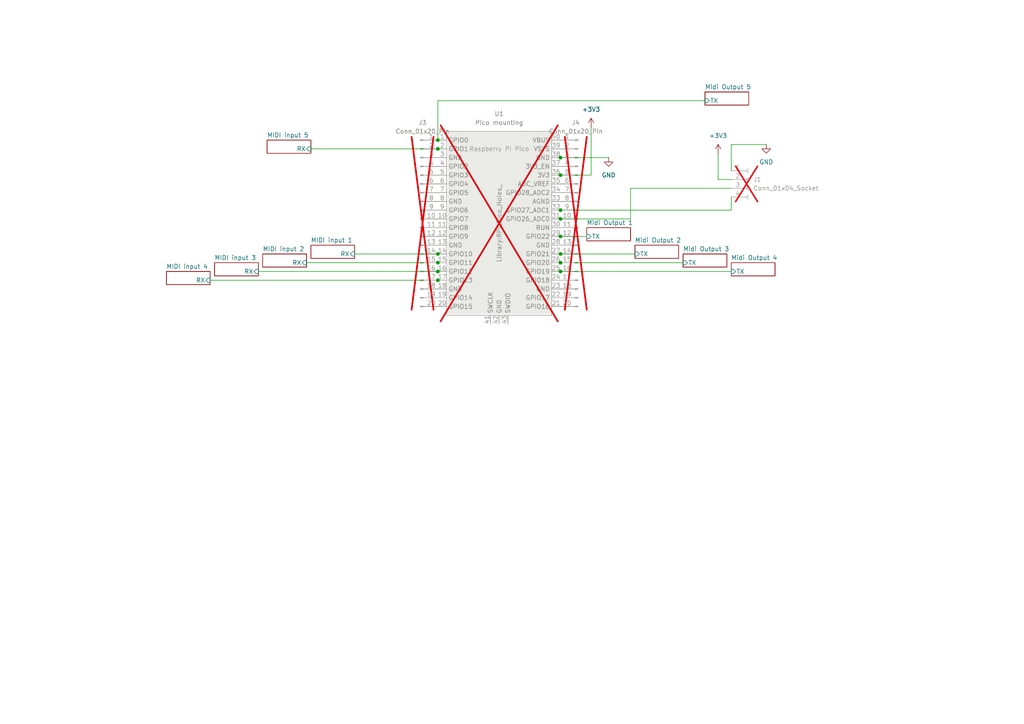
<source format=kicad_sch>
(kicad_sch (version 20231120) (generator "eeschema") (generator_version "8.0")
  (paper "A4")
  (lib_symbols
    (symbol "Connector:Conn_01x04_Socket" (pin_names (offset 1.016) hide)
      (property "Reference" "J" (at 0 5.08 0))
      (property "Value" "Conn_01x04_Socket" (at 0 -7.62 0))
      (symbol "Conn_01x04_Socket_1_1"
        (arc (start 0 -4.572) (mid -0.5058 -5.08) (end 0 -5.588) (stroke (width 0.1524)))
        (arc (start 0 -2.032) (mid -0.5058 -2.54) (end 0 -3.048) (stroke (width 0.1524)))
        (polyline (pts (xy -1.27 -5.08) (xy -0.508 -5.08)) (stroke (width 0.1524)))
        (polyline (pts (xy -1.27 -2.54) (xy -0.508 -2.54)) (stroke (width 0.1524)))
        (polyline (pts (xy -1.27 0) (xy -0.508 0)) (stroke (width 0.1524)))
        (polyline (pts (xy -1.27 2.54) (xy -0.508 2.54)) (stroke (width 0.1524)))
        (arc (start 0 0.508) (mid -0.5058 0) (end 0 -0.508) (stroke (width 0.1524)))
        (arc (start 0 3.048) (mid -0.5058 2.54) (end 0 2.032) (stroke (width 0.1524)))
        (pin passive line (at -5.08 2.54 0) (length 3.81) (name "Pin_1") (number "1"))
        (pin passive line (at -5.08 0 0) (length 3.81) (name "Pin_2") (number "2"))
        (pin passive line (at -5.08 -2.54 0) (length 3.81) (name "Pin_3") (number "3"))
        (pin passive line (at -5.08 -5.08 0) (length 3.81) (name "Pin_4") (number "4"))
      )
    )
    (symbol "Connector:Conn_01x20_Pin" (pin_names (offset 1.016) hide)
      (property "Reference" "J" (at 0 25.4 0))
      (property "Value" "Conn_01x20_Pin" (at 0 -27.94 0))
      (symbol "Conn_01x20_Pin_1_1"
        (polyline (pts (xy 1.27 -25.4) (xy 0.8636 -25.4)) (stroke (width 0.1524)))
        (polyline (pts (xy 1.27 -22.86) (xy 0.8636 -22.86)) (stroke (width 0.1524)))
        (polyline (pts (xy 1.27 -20.32) (xy 0.8636 -20.32)) (stroke (width 0.1524)))
        (polyline (pts (xy 1.27 -17.78) (xy 0.8636 -17.78)) (stroke (width 0.1524)))
        (polyline (pts (xy 1.27 -15.24) (xy 0.8636 -15.24)) (stroke (width 0.1524)))
        (polyline (pts (xy 1.27 -12.7) (xy 0.8636 -12.7)) (stroke (width 0.1524)))
        (polyline (pts (xy 1.27 -10.16) (xy 0.8636 -10.16)) (stroke (width 0.1524)))
        (polyline (pts (xy 1.27 -7.62) (xy 0.8636 -7.62)) (stroke (width 0.1524)))
        (polyline (pts (xy 1.27 -5.08) (xy 0.8636 -5.08)) (stroke (width 0.1524)))
        (polyline (pts (xy 1.27 -2.54) (xy 0.8636 -2.54)) (stroke (width 0.1524)))
        (polyline (pts (xy 1.27 0) (xy 0.8636 0)) (stroke (width 0.1524)))
        (polyline (pts (xy 1.27 2.54) (xy 0.8636 2.54)) (stroke (width 0.1524)))
        (polyline (pts (xy 1.27 5.08) (xy 0.8636 5.08)) (stroke (width 0.1524)))
        (polyline (pts (xy 1.27 7.62) (xy 0.8636 7.62)) (stroke (width 0.1524)))
        (polyline (pts (xy 1.27 10.16) (xy 0.8636 10.16)) (stroke (width 0.1524)))
        (polyline (pts (xy 1.27 12.7) (xy 0.8636 12.7)) (stroke (width 0.1524)))
        (polyline (pts (xy 1.27 15.24) (xy 0.8636 15.24)) (stroke (width 0.1524)))
        (polyline (pts (xy 1.27 17.78) (xy 0.8636 17.78)) (stroke (width 0.1524)))
        (polyline (pts (xy 1.27 20.32) (xy 0.8636 20.32)) (stroke (width 0.1524)))
        (polyline (pts (xy 1.27 22.86) (xy 0.8636 22.86)) (stroke (width 0.1524)))
        (rectangle (start 0.8636 -25.273) (end 0 -25.527) (stroke (width 0.1524)) (fill (type outline)))
        (rectangle (start 0.8636 -22.733) (end 0 -22.987) (stroke (width 0.1524)) (fill (type outline)))
        (rectangle (start 0.8636 -20.193) (end 0 -20.447) (stroke (width 0.1524)) (fill (type outline)))
        (rectangle (start 0.8636 -17.653) (end 0 -17.907) (stroke (width 0.1524)) (fill (type outline)))
        (rectangle (start 0.8636 -15.113) (end 0 -15.367) (stroke (width 0.1524)) (fill (type outline)))
        (rectangle (start 0.8636 -12.573) (end 0 -12.827) (stroke (width 0.1524)) (fill (type outline)))
        (rectangle (start 0.8636 -10.033) (end 0 -10.287) (stroke (width 0.1524)) (fill (type outline)))
        (rectangle (start 0.8636 -7.493) (end 0 -7.747) (stroke (width 0.1524)) (fill (type outline)))
        (rectangle (start 0.8636 -4.953) (end 0 -5.207) (stroke (width 0.1524)) (fill (type outline)))
        (rectangle (start 0.8636 -2.413) (end 0 -2.667) (stroke (width 0.1524)) (fill (type outline)))
        (rectangle (start 0.8636 0.127) (end 0 -0.127) (stroke (width 0.1524)) (fill (type outline)))
        (rectangle (start 0.8636 2.667) (end 0 2.413) (stroke (width 0.1524)) (fill (type outline)))
        (rectangle (start 0.8636 5.207) (end 0 4.953) (stroke (width 0.1524)) (fill (type outline)))
        (rectangle (start 0.8636 7.747) (end 0 7.493) (stroke (width 0.1524)) (fill (type outline)))
        (rectangle (start 0.8636 10.287) (end 0 10.033) (stroke (width 0.1524)) (fill (type outline)))
        (rectangle (start 0.8636 12.827) (end 0 12.573) (stroke (width 0.1524)) (fill (type outline)))
        (rectangle (start 0.8636 15.367) (end 0 15.113) (stroke (width 0.1524)) (fill (type outline)))
        (rectangle (start 0.8636 17.907) (end 0 17.653) (stroke (width 0.1524)) (fill (type outline)))
        (rectangle (start 0.8636 20.447) (end 0 20.193) (stroke (width 0.1524)) (fill (type outline)))
        (rectangle (start 0.8636 22.987) (end 0 22.733) (stroke (width 0.1524)) (fill (type outline)))
        (pin passive line (at 5.08 22.86 180) (length 3.81) (name "Pin_1") (number "1"))
        (pin passive line (at 5.08 0 180) (length 3.81) (name "Pin_10") (number "10"))
        (pin passive line (at 5.08 -2.54 180) (length 3.81) (name "Pin_11") (number "11"))
        (pin passive line (at 5.08 -5.08 180) (length 3.81) (name "Pin_12") (number "12"))
        (pin passive line (at 5.08 -7.62 180) (length 3.81) (name "Pin_13") (number "13"))
        (pin passive line (at 5.08 -10.16 180) (length 3.81) (name "Pin_14") (number "14"))
        (pin passive line (at 5.08 -12.7 180) (length 3.81) (name "Pin_15") (number "15"))
        (pin passive line (at 5.08 -15.24 180) (length 3.81) (name "Pin_16") (number "16"))
        (pin passive line (at 5.08 -17.78 180) (length 3.81) (name "Pin_17") (number "17"))
        (pin passive line (at 5.08 -20.32 180) (length 3.81) (name "Pin_18") (number "18"))
        (pin passive line (at 5.08 -22.86 180) (length 3.81) (name "Pin_19") (number "19"))
        (pin passive line (at 5.08 20.32 180) (length 3.81) (name "Pin_2") (number "2"))
        (pin passive line (at 5.08 -25.4 180) (length 3.81) (name "Pin_20") (number "20"))
        (pin passive line (at 5.08 17.78 180) (length 3.81) (name "Pin_3") (number "3"))
        (pin passive line (at 5.08 15.24 180) (length 3.81) (name "Pin_4") (number "4"))
        (pin passive line (at 5.08 12.7 180) (length 3.81) (name "Pin_5") (number "5"))
        (pin passive line (at 5.08 10.16 180) (length 3.81) (name "Pin_6") (number "6"))
        (pin passive line (at 5.08 7.62 180) (length 3.81) (name "Pin_7") (number "7"))
        (pin passive line (at 5.08 5.08 180) (length 3.81) (name "Pin_8") (number "8"))
        (pin passive line (at 5.08 2.54 180) (length 3.81) (name "Pin_9") (number "9"))
      )
    )
    (symbol "MIDI_projects:Pico"
      (property "Reference" "U" (at -13.97 27.94 0))
      (property "Value" "Pico" (at 0 19.05 0))
      (symbol "Pico_0_0"
        (text "Raspberry Pi Pico" (at 0 21.59 0) (effects (font (size 1.27 1.27))))
      )
      (symbol "Pico_0_1"
        (rectangle (start -15.24 26.67) (end 15.24 -26.67) (fill (type background)))
      )
      (symbol "Pico_1_1"
        (pin bidirectional line (at -17.78 24.13 0) (length 2.54) (name "GPIO0") (number "1"))
        (pin bidirectional line (at -17.78 1.27 0) (length 2.54) (name "GPIO7") (number "10"))
        (pin bidirectional line (at -17.78 -1.27 0) (length 2.54) (name "GPIO8") (number "11"))
        (pin bidirectional line (at -17.78 -3.81 0) (length 2.54) (name "GPIO9") (number "12"))
        (pin power_in line (at -17.78 -6.35 0) (length 2.54) (name "GND") (number "13"))
        (pin bidirectional line (at -17.78 -8.89 0) (length 2.54) (name "GPIO10") (number "14"))
        (pin bidirectional line (at -17.78 -11.43 0) (length 2.54) (name "GPIO11") (number "15"))
        (pin bidirectional line (at -17.78 -13.97 0) (length 2.54) (name "GPIO12") (number "16"))
        (pin bidirectional line (at -17.78 -16.51 0) (length 2.54) (name "GPIO13") (number "17"))
        (pin power_in line (at -17.78 -19.05 0) (length 2.54) (name "GND") (number "18"))
        (pin bidirectional line (at -17.78 -21.59 0) (length 2.54) (name "GPIO14") (number "19"))
        (pin bidirectional line (at -17.78 21.59 0) (length 2.54) (name "GPIO1") (number "2"))
        (pin bidirectional line (at -17.78 -24.13 0) (length 2.54) (name "GPIO15") (number "20"))
        (pin bidirectional line (at 17.78 -24.13 180) (length 2.54) (name "GPIO16") (number "21"))
        (pin bidirectional line (at 17.78 -21.59 180) (length 2.54) (name "GPIO17") (number "22"))
        (pin power_in line (at 17.78 -19.05 180) (length 2.54) (name "GND") (number "23"))
        (pin bidirectional line (at 17.78 -16.51 180) (length 2.54) (name "GPIO18") (number "24"))
        (pin bidirectional line (at 17.78 -13.97 180) (length 2.54) (name "GPIO19") (number "25"))
        (pin bidirectional line (at 17.78 -11.43 180) (length 2.54) (name "GPIO20") (number "26"))
        (pin bidirectional line (at 17.78 -8.89 180) (length 2.54) (name "GPIO21") (number "27"))
        (pin power_in line (at 17.78 -6.35 180) (length 2.54) (name "GND") (number "28"))
        (pin bidirectional line (at 17.78 -3.81 180) (length 2.54) (name "GPIO22") (number "29"))
        (pin power_in line (at -17.78 19.05 0) (length 2.54) (name "GND") (number "3"))
        (pin input line (at 17.78 -1.27 180) (length 2.54) (name "RUN") (number "30"))
        (pin bidirectional line (at 17.78 1.27 180) (length 2.54) (name "GPIO26_ADC0") (number "31"))
        (pin bidirectional line (at 17.78 3.81 180) (length 2.54) (name "GPIO27_ADC1") (number "32"))
        (pin power_in line (at 17.78 6.35 180) (length 2.54) (name "AGND") (number "33"))
        (pin bidirectional line (at 17.78 8.89 180) (length 2.54) (name "GPIO28_ADC2") (number "34"))
        (pin power_in line (at 17.78 11.43 180) (length 2.54) (name "ADC_VREF") (number "35"))
        (pin power_in line (at 17.78 13.97 180) (length 2.54) (name "3V3") (number "36"))
        (pin input line (at 17.78 16.51 180) (length 2.54) (name "3V3_EN") (number "37"))
        (pin power_in line (at 17.78 19.05 180) (length 2.54) (name "GND") (number "38"))
        (pin power_in line (at 17.78 21.59 180) (length 2.54) (name "VSYS") (number "39"))
        (pin bidirectional line (at -17.78 16.51 0) (length 2.54) (name "GPIO2") (number "4"))
        (pin power_in line (at 17.78 24.13 180) (length 2.54) (name "VBUS") (number "40"))
        (pin input line (at -2.54 -29.21 90) (length 2.54) (name "SWCLK") (number "41"))
        (pin power_in line (at 0 -29.21 90) (length 2.54) (name "GND") (number "42"))
        (pin bidirectional line (at 2.54 -29.21 90) (length 2.54) (name "SWDIO") (number "43"))
        (pin bidirectional line (at -17.78 13.97 0) (length 2.54) (name "GPIO3") (number "5"))
        (pin bidirectional line (at -17.78 11.43 0) (length 2.54) (name "GPIO4") (number "6"))
        (pin bidirectional line (at -17.78 8.89 0) (length 2.54) (name "GPIO5") (number "7"))
        (pin power_in line (at -17.78 6.35 0) (length 2.54) (name "GND") (number "8"))
        (pin bidirectional line (at -17.78 3.81 0) (length 2.54) (name "GPIO6") (number "9"))
      )
    )
    (symbol "power:+3V3" (power) (pin_numbers hide) (pin_names (offset 0) hide)
      (property "Value" "+3V3" (at 0 3.556 0))
      (symbol "+3V3_0_1"
        (polyline (pts (xy -0.762 1.27) (xy 0 2.54)))
        (polyline (pts (xy 0 0) (xy 0 2.54)))
        (polyline (pts (xy 0 2.54) (xy 0.762 1.27)))
      )
      (symbol "+3V3_1_1"
        (pin power_in line (at 0 0 90) (length 0) (name "~") (number "1"))
      )
    )
    (symbol "power:GND" (power) (pin_numbers hide) (pin_names (offset 0) hide)
      (property "Value" "GND" (at 0 -3.81 0))
      (symbol "GND_0_1"
        (polyline (pts (xy 0 0) (xy 0 -1.27) (xy 1.27 -1.27) (xy 0 -2.54) (xy -1.27 -1.27) (xy 0 -1.27)))
      )
      (symbol "GND_1_1"
        (pin power_in line (at 0 0 270) (length 0) (name "~") (number "1"))
      )
    )
  )
  (junction (at 162.56 45.72))
  (junction (at 162.56 68.58))
  (junction (at 127 73.66))
  (junction (at 162.56 63.5))
  (junction (at 127 81.28))
  (junction (at 127 40.64))
  (junction (at 162.56 60.96))
  (junction (at 127 76.2))
  (junction (at 162.56 73.66))
  (junction (at 162.56 78.74))
  (junction (at 162.56 50.8))
  (junction (at 162.56 76.2))
  (junction (at 127 78.74))
  (junction (at 127 43.18))
  (wire (pts (xy 102.87 73.66) (xy 127 73.66)))
  (wire (pts (xy 162.56 63.5) (xy 182.88 63.5)))
  (wire (pts (xy 127 29.21) (xy 127 40.64)))
  (wire (pts (xy 162.56 60.96) (xy 212.09 60.96)))
  (wire (pts (xy 182.88 63.5) (xy 182.88 54.61)))
  (wire (pts (xy 182.88 54.61) (xy 212.09 54.61)))
  (wire (pts (xy 204.47 29.21) (xy 127 29.21)))
  (wire (pts (xy 162.56 45.72) (xy 176.53 45.72)))
  (wire (pts (xy 212.09 60.96) (xy 212.09 57.15)))
  (wire (pts (xy 162.56 50.8) (xy 171.45 50.8)))
  (wire (pts (xy 208.28 44.45) (xy 208.28 52.07)))
  (wire (pts (xy 74.93 78.74) (xy 127 78.74)))
  (wire (pts (xy 88.9 76.2) (xy 127 76.2)))
  (wire (pts (xy 60.96 81.28) (xy 127 81.28)))
  (wire (pts (xy 162.56 78.74) (xy 212.09 78.74)))
  (wire (pts (xy 212.09 41.91) (xy 222.25 41.91)))
  (wire (pts (xy 162.56 68.58) (xy 170.18 68.58)))
  (wire (pts (xy 162.56 76.2) (xy 198.12 76.2)))
  (wire (pts (xy 212.09 49.53) (xy 212.09 41.91)))
  (wire (pts (xy 171.45 36.83) (xy 171.45 50.8)))
  (wire (pts (xy 208.28 52.07) (xy 212.09 52.07)))
  (wire (pts (xy 162.56 73.66) (xy 184.15 73.66)))
  (wire (pts (xy 90.17 43.18) (xy 127 43.18)))
  (symbol (lib_id "Connector:Conn_01x20_Pin") (at 167.64 63.5 0) (mirror y) (unit 1) (in_bom no) (dnp yes)
    (property "Reference" "J4" (at 167.005 35.56 0))
    (property "Value" "Conn_01x20_Pin" (at 167.005 38.1 0))
    (property "Footprint" "Connector_PinSocket_2.54mm:PinSocket_1x20_P2.54mm_Vertical" (effects (hide yes)))
    (property "Description" "Generic connector, single row, 01x20, script generated" (effects (hide yes)))
  )
  (symbol (lib_id "power:GND") (at 222.25 41.91 0) (unit 1)
    (property "Reference" "#PWR023" (effects (hide yes)))
    (property "Value" "GND" (at 222.25 46.99 0))
    (property "Description" "Power symbol creates a global label with name \"GND\" , ground" (effects (hide yes)))
  )
  (symbol (lib_id "power:+3V3") (at 208.28 44.45 0) (unit 1)
    (property "Reference" "#PWR022" (effects (hide yes)))
    (property "Value" "+3V3" (at 208.28 39.37 0))
    (property "Description" "Power symbol creates a global label with name \"+3V3\"" (effects (hide yes)))
  )
  (symbol (lib_id "power:+3V3") (at 171.45 36.83 0) (unit 1)
    (property "Reference" "#PWR020" (effects (hide yes)))
    (property "Value" "+3V3" (at 171.45 31.75 0))
    (property "Description" "Power symbol creates a global label with name \"+3V3\"" (effects (hide yes)))
  )
  (symbol (lib_id "power:GND") (at 176.53 45.72 0) (unit 1)
    (property "Reference" "#PWR021" (effects (hide yes)))
    (property "Value" "GND" (at 176.53 50.8 0))
    (property "Description" "Power symbol creates a global label with name \"GND\" , ground" (effects (hide yes)))
  )
  (symbol (lib_id "Connector:Conn_01x04_Socket") (at 217.17 52.07 0) (unit 1) (dnp yes)
    (property "Reference" "J1" (at 218.44 52.0699 0) (effects (justify left)))
    (property "Value" "Conn_01x04_Socket" (at 218.44 54.6099 0) (effects (justify left)))
    (property "Footprint" "Library:JST_SH_SM04B-SRSS-TB_1x04-1MP_P1.00mm_Horizontal" (effects (hide yes)))
    (property "Description" "Generic connector, single row, 01x04, script generated" (effects (hide yes)))
  )
  (symbol (lib_id "MIDI_projects:Pico") (at 144.78 64.77 0) (unit 1) (in_bom no) (on_board no) (dnp yes)
    (property "Reference" "U1" (at 144.78 33.02 0))
    (property "Value" "Pico mounting" (at 144.78 35.56 0))
    (property "Footprint" "Library:RPi_Pico_Holes_" (at 144.78 64.77 90))
  )
  (symbol (lib_id "Connector:Conn_01x20_Pin") (at 121.92 63.5 0) (unit 1) (in_bom no) (dnp yes)
    (property "Reference" "J3" (at 122.555 35.56 0))
    (property "Value" "Conn_01x20_Pin" (at 122.555 38.1 0))
    (property "Footprint" "Connector_PinSocket_2.54mm:PinSocket_1x20_P2.54mm_Vertical" (effects (hide yes)))
    (property "Description" "Generic connector, single row, 01x20, script generated" (effects (hide yes)))
  )
  (sheet (at 204.47 26.67) (size 12.7 3.81) (stroke (width 0.1524))
    (property "Sheetname" "Midi Output 5" (at 204.47 25.9584 0) (effects (justify left bottom)))
    (property "Sheetfile" "midi_output.kicad_sch" (effects (hide yes)))
    (pin "TX" input (at 204.47 29.21 180))
  )
  (sheet (at 90.17 71.12) (size 12.7 3.81) (stroke (width 0.1524))
    (property "Sheetname" "MIDI input 1" (at 90.17 70.4084 0) (effects (justify left bottom)))
    (property "Sheetfile" "midi_input.kicad_sch" (effects (hide yes)))
    (pin "RX" input (at 102.87 73.66 0))
  )
  (sheet (at 77.47 40.64) (size 12.7 3.81) (stroke (width 0.1524))
    (property "Sheetname" "MIDI input 5" (at 77.47 39.9284 0) (effects (justify left bottom)))
    (property "Sheetfile" "midi_input.kicad_sch" (effects (hide yes)))
    (pin "RX" input (at 90.17 43.18 0))
  )
  (sheet (at 198.12 73.66) (size 12.7 3.81) (stroke (width 0.1524))
    (property "Sheetname" "Midi Output 3" (at 198.12 72.9484 0) (effects (justify left bottom)))
    (property "Sheetfile" "midi_output.kicad_sch" (effects (hide yes)))
    (pin "TX" input (at 198.12 76.2 180))
  )
  (sheet (at 62.23 76.2) (size 12.7 3.81) (stroke (width 0.1524))
    (property "Sheetname" "MIDI input 3" (at 62.23 75.4884 0) (effects (justify left bottom)))
    (property "Sheetfile" "midi_input.kicad_sch" (effects (hide yes)))
    (pin "RX" input (at 74.93 78.74 0))
  )
  (sheet (at 212.09 76.2) (size 12.7 3.81) (stroke (width 0.1524))
    (property "Sheetname" "Midi Output 4" (at 212.09 75.4884 0) (effects (justify left bottom)))
    (property "Sheetfile" "midi_output.kicad_sch" (effects (hide yes)))
    (pin "TX" input (at 212.09 78.74 180))
  )
  (sheet (at 184.15 71.12) (size 12.7 3.81) (stroke (width 0.1524))
    (property "Sheetname" "Midi Output 2" (at 184.15 70.4084 0) (effects (justify left bottom)))
    (property "Sheetfile" "midi_output.kicad_sch" (effects (hide yes)))
    (pin "TX" input (at 184.15 73.66 180))
  )
  (sheet (at 170.18 66.04) (size 12.7 3.81) (stroke (width 0.1524))
    (property "Sheetname" "Midi Output 1" (at 170.18 65.3284 0) (effects (justify left bottom)))
    (property "Sheetfile" "midi_output.kicad_sch" (effects (hide yes)))
    (pin "TX" input (at 170.18 68.58 180))
  )
  (sheet (at 48.26 78.74) (size 12.7 3.81) (stroke (width 0.1524))
    (property "Sheetname" "MIDI input 4" (at 48.26 78.0284 0) (effects (justify left bottom)))
    (property "Sheetfile" "midi_input.kicad_sch" (effects (hide yes)))
    (pin "RX" input (at 60.96 81.28 0))
  )
  (sheet (at 76.2 73.66) (size 12.7 3.81) (stroke (width 0.1524))
    (property "Sheetname" "MIDI input 2" (at 76.2 72.9484 0) (effects (justify left bottom)))
    (property "Sheetfile" "midi_input.kicad_sch" (effects (hide yes)))
    (pin "RX" input (at 88.9 76.2 0))
  )
)
</source>
